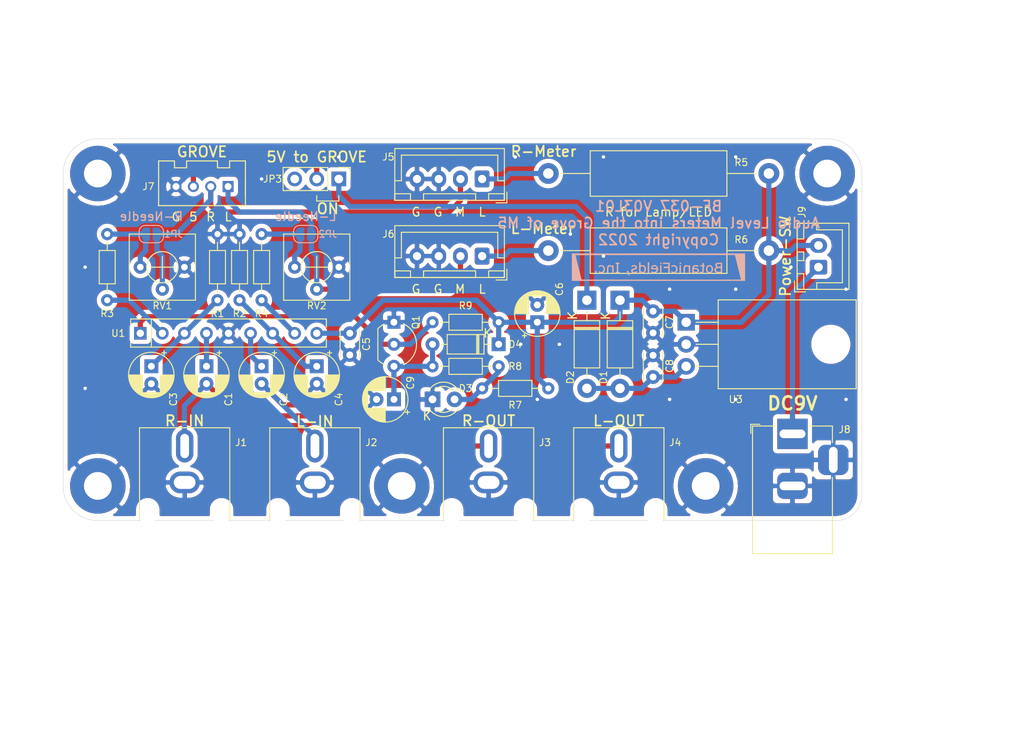
<source format=kicad_pcb>
(kicad_pcb (version 20171130) (host pcbnew "(5.1.12)-1")
  (title_block (title BF-037) (date 2022-01-16) (rev V03L01) (company "Copyright 2022 BotanicFeilds, Inc.") (comment 1 "Audio Level Meters into the Grove of M5"))
  (layers (0 F.Cu signal) (31 B.Cu signal) (34 B.Paste user) (35 F.Paste user) (36 B.SilkS user) (37 F.SilkS user) (38 B.Mask user) (39 F.Mask user) (44 Edge.Cuts user))
  (net 0 "")
  (net 1 "Net-(C1-Pad1)")
  (net 2 "Net-(C1-Pad2)")
  (net 3 "Net-(C2-Pad2)")
  (net 4 "Net-(C2-Pad1)")
  (net 5 "Net-(C3-Pad1)")
  (net 6 GND)
  (net 7 "Net-(C4-Pad1)")
  (net 8 VCC)
  (net 9 +5V)
  (net 10 "Net-(J5-Pad2)")
  (net 11 "Net-(J5-Pad1)")
  (net 12 "Net-(J6-Pad1)")
  (net 13 "Net-(J6-Pad2)")
  (net 14 "Net-(J7-Pad3)")
  (net 15 "Net-(JP1-Pad1)")
  (net 16 "Net-(JP2-Pad1)")
  (net 17 "Net-(R3-Pad2)")
  (net 18 "Net-(R4-Pad2)")
  (net 19 "Net-(D2-Pad1)")
  (net 20 "Net-(Q1-Pad2)")
  (net 21 "Net-(JP3-Pad3)")
  (net 22 "Net-(C9-Pad1)")
  (net 23 "Net-(D3-Pad2)")
  (net 24 "Net-(J8-Pad1)")
  (module bf:BF@logo3 (layer B.Cu) (at 190.58 98.79 180)
    (fp_text reference G*** hide)
    (fp_text value LOGO hide)
  )
  (module Capacitor_THT:CP_Radial_D5.0mm_P2.00mm (layer F.Cu) (at 176.61 105.14 90)
    (fp_text reference C6 (at 3.81 2.54 90) (layer F.SilkS) (effects (font (size 0.8 0.8) (thickness 0.12))))
    (fp_text value 100u)
    (pad 2 thru_hole circle (at 2 0 90) (size 1.6 1.6) (drill 0.8) (layers *.Cu *.Mask) (net 6 GND))
    (pad 1 thru_hole rect (at 0 0 90) (size 1.6 1.6) (drill 0.8) (layers *.Cu *.Mask) (net 8 VCC))
  )
  (module Resistor_THT:R_Axial_DIN0204_L3.6mm_D1.6mm_P7.62mm_Horizontal (layer F.Cu) (at 127.08 94.98 270)
    (fp_text reference R3 (at 9.144 0 180) (layer F.SilkS) (effects (font (size 0.8 0.8) (thickness 0.12))))
    (fp_text value 1k)
    (pad 2 thru_hole oval (at 7.62 0 270) (size 1.4 1.4) (drill 0.7) (layers *.Cu *.Mask) (net 17 "Net-(R3-Pad2)"))
    (pad 1 thru_hole circle (at 0 0 270) (size 1.4 1.4) (drill 0.7) (layers *.Cu *.Mask) (net 15 "Net-(JP1-Pad1)"))
  )
  (module MountingHole:MountingHole_3.2mm_M3_Pad (layer F.Cu) (at 196 124)
    (fp_text reference REF** hide)
    (fp_text value MountingHole_3.2mm_M3_Pad)
    (pad 1 thru_hole circle (at 0 0) (size 6.4 6.4) (drill 3.2) (layers *.Cu *.Mask) (net 6 GND))
  )
  (module MountingHole:MountingHole_3.2mm_M3_Pad (layer F.Cu) (at 161 124)
    (fp_text reference REF** hide)
    (fp_text value MountingHole_3.2mm_M3_Pad)
    (pad 1 thru_hole circle (at 0 0) (size 6.4 6.4) (drill 3.2) (layers *.Cu *.Mask) (net 6 GND))
  )
  (module MountingHole:MountingHole_3.2mm_M3_Pad (layer F.Cu) (at 126 124)
    (fp_text reference REF** hide)
    (fp_text value MountingHole_3.2mm_M3_Pad)
    (pad 1 thru_hole circle (at 0 0) (size 6.4 6.4) (drill 3.2) (layers *.Cu *.Mask) (net 6 GND))
  )
  (module MountingHole:MountingHole_3.2mm_M3_Pad (layer F.Cu) (at 210 88)
    (fp_text reference REF** hide)
    (fp_text value MountingHole_3.2mm_M3_Pad)
    (pad 1 thru_hole circle (at 0 0) (size 6.4 6.4) (drill 3.2) (layers *.Cu *.Mask) (net 6 GND))
  )
  (module MountingHole:MountingHole_3.2mm_M3_Pad (layer F.Cu) (at 126 88)
    (fp_text reference REF** hide)
    (fp_text value MountingHole_3.2mm_M3_Pad)
    (pad 1 thru_hole circle (at 0 0) (size 6.4 6.4) (drill 3.2) (layers *.Cu *.Mask) (net 6 GND))
  )
  (module bf:BF@RCA-2P-XINA (layer F.Cu) (at 151 128 180)
    (fp_text reference J2 (at -6.5 9) (layer F.SilkS) (effects (font (size 0.8 0.8) (thickness 0.12))))
    (fp_text value L-IN)
    (pad "" np_thru_hole oval (at 4.25 0.6 180) (size 1.7 3) (drill oval 1.7 3) (layers *.Cu *.Mask))
    (pad "" np_thru_hole oval (at -4.25 0.6 180) (size 1.7 3) (drill oval 1.7 3) (layers *.Cu *.Mask))
    (pad 1 thru_hole oval (at 0 8.6 180) (size 2 3.8) (drill oval 1 2.8) (layers *.Cu *.Mask) (net 3 "Net-(C2-Pad2)"))
    (pad 2 thru_hole oval (at 0 4.4 180) (size 3.5 2.5) (drill oval 2.5 1.5) (layers *.Cu *.Mask) (net 6 GND))
  )
  (module Jumper:SolderJumper-2_P1.3mm_Open_RoundedPad1.0x1.5mm (layer B.Cu) (at 149.94 94.98)
    (fp_text reference JP2 (at 2.54 0 180) (layer B.SilkS) (effects (font (size 0.8 0.8) (thickness 0.12)) (justify mirror)))
    (fp_text value L-Needle)
    (pad 2 smd custom (at 0.65 0) (size 1 0.5) (layers B.Cu B.Mask) (net 13 "Net-(J6-Pad2)") (options (clearance outline) (anchor rect)) (primitives (gr_circle (center 0 -0.25) (end 0.5 -0.25) (width 0)) (gr_circle (center 0 0.25) (end 0.5 0.25) (width 0)) (gr_poly (pts (xy 0 0.75) (xy -0.5 0.75) (xy -0.5 -0.75) (xy 0 -0.75)) (width 0))))
    (pad 1 smd custom (at -0.65 0) (size 1 0.5) (layers B.Cu B.Mask) (net 16 "Net-(JP2-Pad1)") (options (clearance outline) (anchor rect)) (primitives (gr_circle (center 0 -0.25) (end 0.5 -0.25) (width 0)) (gr_circle (center 0 0.25) (end 0.5 0.25) (width 0)) (gr_poly (pts (xy 0 0.75) (xy 0.5 0.75) (xy 0.5 -0.75) (xy 0 -0.75)) (width 0))))
  )
  (module Resistor_THT:R_Axial_DIN0204_L3.6mm_D1.6mm_P7.62mm_Horizontal (layer F.Cu) (at 139.78 102.6 90)
    (fp_text reference R1 (at -1.524 0) (layer F.SilkS) (effects (font (size 0.8 0.8) (thickness 0.12))))
    (fp_text value 330k)
    (pad 2 thru_hole oval (at 7.62 0 90) (size 1.4 1.4) (drill 0.7) (layers *.Cu *.Mask) (net 6 GND))
    (pad 1 thru_hole circle (at 0 0 90) (size 1.4 1.4) (drill 0.7) (layers *.Cu *.Mask) (net 5 "Net-(C3-Pad1)"))
  )
  (module LED_THT:LED_D3.0mm (layer F.Cu) (at 164.545 114.03)
    (fp_text reference D3 (at 3.81 -1.27) (layer F.SilkS) (effects (font (size 0.8 0.8) (thickness 0.12))))
    (fp_text value LED)
    (pad 2 thru_hole circle (at 2.54 0) (size 1.8 1.8) (drill 0.9) (layers *.Cu *.Mask) (net 23 "Net-(D3-Pad2)"))
    (pad 1 thru_hole rect (at 0 0) (size 1.8 1.8) (drill 0.9) (layers *.Cu *.Mask) (net 6 GND))
  )
  (module Capacitor_THT:C_Disc_D3.0mm_W2.0mm_P2.50mm (layer F.Cu) (at 155.02 106.41 270)
    (fp_text reference C5 (at 1.25 -1.905 90) (layer F.SilkS) (effects (font (size 0.8 0.8) (thickness 0.12))))
    (fp_text value 100n)
    (pad 2 thru_hole circle (at 2.5 0 270) (size 1.6 1.6) (drill 0.8) (layers *.Cu *.Mask) (net 6 GND))
    (pad 1 thru_hole circle (at 0 0 270) (size 1.6 1.6) (drill 0.8) (layers *.Cu *.Mask) (net 8 VCC))
  )
  (module Capacitor_THT:C_Disc_D3.0mm_W2.0mm_P2.50mm (layer F.Cu) (at 189.945 103.87 270)
    (fp_text reference C7 (at 1.27 -1.905 90) (layer F.SilkS) (effects (font (size 0.8 0.8) (thickness 0.12))))
    (fp_text value 330n)
    (pad 2 thru_hole circle (at 2.5 0 270) (size 1.6 1.6) (drill 0.8) (layers *.Cu *.Mask) (net 6 GND))
    (pad 1 thru_hole circle (at 0 0 270) (size 1.6 1.6) (drill 0.8) (layers *.Cu *.Mask) (net 8 VCC))
  )
  (module Capacitor_THT:C_Disc_D3.0mm_W2.0mm_P2.50mm (layer F.Cu) (at 189.945 111.45 90)
    (fp_text reference C8 (at 1.27 1.905 90) (layer F.SilkS) (effects (font (size 0.8 0.8) (thickness 0.12))))
    (fp_text value 100n)
    (pad 2 thru_hole circle (at 2.5 0 90) (size 1.6 1.6) (drill 0.8) (layers *.Cu *.Mask) (net 6 GND))
    (pad 1 thru_hole circle (at 0 0 90) (size 1.6 1.6) (drill 0.8) (layers *.Cu *.Mask) (net 9 +5V))
  )
  (module Diode_THT:D_DO-41_SOD81_P10.16mm_Horizontal (layer F.Cu) (at 186.135 102.6 270)
    (fp_text reference D1 (at 8.89 1.905 90) (layer F.SilkS) (effects (font (size 0.8 0.8) (thickness 0.12))))
    (fp_text value 1N4001)
    (fp_text user K (at 1.778 1.651 90) (layer F.SilkS))
    (pad 2 thru_hole oval (at 10.16 0 270) (size 2.2 2.2) (drill 1.1) (layers *.Cu *.Mask) (net 9 +5V))
    (pad 1 thru_hole rect (at 0 0 270) (size 2.2 2.2) (drill 1.1) (layers *.Cu *.Mask) (net 8 VCC))
  )
  (module Diode_THT:D_DO-41_SOD81_P10.16mm_Horizontal (layer F.Cu) (at 182.325 102.6 270)
    (fp_text reference D2 (at 8.89 1.905 90) (layer F.SilkS) (effects (font (size 0.8 0.8) (thickness 0.12))))
    (fp_text value SB240LES)
    (fp_text user K (at 1.778 1.651 90) (layer F.SilkS))
    (pad 2 thru_hole oval (at 10.16 0 270) (size 2.2 2.2) (drill 1.1) (layers *.Cu *.Mask) (net 9 +5V))
    (pad 1 thru_hole rect (at 0 0 270) (size 2.2 2.2) (drill 1.1) (layers *.Cu *.Mask) (net 19 "Net-(D2-Pad1)"))
  )
  (module bf:BF@RCA-2P-XINA (layer F.Cu) (at 136 128 180)
    (fp_text reference J1 (at -6.5 9) (layer F.SilkS) (effects (font (size 0.8 0.8) (thickness 0.12))))
    (fp_text value R-IN)
    (pad "" np_thru_hole oval (at 4.25 0.6 180) (size 1.7 3) (drill oval 1.7 3) (layers *.Cu *.Mask))
    (pad "" np_thru_hole oval (at -4.25 0.6 180) (size 1.7 3) (drill oval 1.7 3) (layers *.Cu *.Mask))
    (pad 1 thru_hole oval (at 0 8.6 180) (size 2 3.8) (drill oval 1 2.8) (layers *.Cu *.Mask) (net 2 "Net-(C1-Pad2)"))
    (pad 2 thru_hole oval (at 0 4.4 180) (size 3.5 2.5) (drill oval 2.5 1.5) (layers *.Cu *.Mask) (net 6 GND))
  )
  (module bf:BF@RCA-2P-XINA (layer F.Cu) (at 171 128 180)
    (fp_text reference J3 (at -6.5 9) (layer F.SilkS) (effects (font (size 0.8 0.8) (thickness 0.12))))
    (fp_text value R-OUT)
    (pad "" np_thru_hole oval (at 4.25 0.6 180) (size 1.7 3) (drill oval 1.7 3) (layers *.Cu *.Mask))
    (pad "" np_thru_hole oval (at -4.25 0.6 180) (size 1.7 3) (drill oval 1.7 3) (layers *.Cu *.Mask))
    (pad 1 thru_hole oval (at 0 8.6 180) (size 2 3.8) (drill oval 1 2.8) (layers *.Cu *.Mask) (net 2 "Net-(C1-Pad2)"))
    (pad 2 thru_hole oval (at 0 4.4 180) (size 3.5 2.5) (drill oval 2.5 1.5) (layers *.Cu *.Mask) (net 6 GND))
  )
  (module bf:BF@RCA-2P-XINA (layer F.Cu) (at 186 128 180)
    (fp_text reference J4 (at -6.5 9) (layer F.SilkS) (effects (font (size 0.8 0.8) (thickness 0.12))))
    (fp_text value L-OUT)
    (pad "" np_thru_hole oval (at 4.25 0.6 180) (size 1.7 3) (drill oval 1.7 3) (layers *.Cu *.Mask))
    (pad "" np_thru_hole oval (at -4.25 0.6 180) (size 1.7 3) (drill oval 1.7 3) (layers *.Cu *.Mask))
    (pad 1 thru_hole oval (at 0 8.6 180) (size 2 3.8) (drill oval 1 2.8) (layers *.Cu *.Mask) (net 3 "Net-(C2-Pad2)"))
    (pad 2 thru_hole oval (at 0 4.4 180) (size 3.5 2.5) (drill oval 2.5 1.5) (layers *.Cu *.Mask) (net 6 GND))
  )
  (module Connector_JST:JST_XH_B4B-XH-A_1x04_P2.50mm_Vertical (layer F.Cu) (at 170.26 88.63 180)
    (fp_text reference J5 (at 10.795 2.54) (layer F.SilkS) (effects (font (size 0.8 0.8) (thickness 0.12))))
    (fp_text value R-Meter)
    (pad 4 thru_hole oval (at 7.5 0 180) (size 1.7 1.95) (drill 0.95) (layers *.Cu *.Mask) (net 6 GND))
    (pad 3 thru_hole oval (at 5 0 180) (size 1.7 1.95) (drill 0.95) (layers *.Cu *.Mask) (net 6 GND))
    (pad 2 thru_hole oval (at 2.5 0 180) (size 1.7 1.95) (drill 0.95) (layers *.Cu *.Mask) (net 10 "Net-(J5-Pad2)"))
    (pad 1 thru_hole roundrect (at 0 0 180) (size 1.7 1.95) (drill 0.95) (layers *.Cu *.Mask) (roundrect_rratio 0.147059) (net 11 "Net-(J5-Pad1)"))
  )
  (module Connector_JST:JST_XH_B4B-XH-A_1x04_P2.50mm_Vertical (layer F.Cu) (at 170.26 97.52 180)
    (fp_text reference J6 (at 10.795 2.54) (layer F.SilkS) (effects (font (size 0.8 0.8) (thickness 0.12))))
    (fp_text value L-Meter)
    (pad 4 thru_hole oval (at 7.5 0 180) (size 1.7 1.95) (drill 0.95) (layers *.Cu *.Mask) (net 6 GND))
    (pad 3 thru_hole oval (at 5 0 180) (size 1.7 1.95) (drill 0.95) (layers *.Cu *.Mask) (net 6 GND))
    (pad 2 thru_hole oval (at 2.5 0 180) (size 1.7 1.95) (drill 0.95) (layers *.Cu *.Mask) (net 13 "Net-(J6-Pad2)"))
    (pad 1 thru_hole roundrect (at 0 0 180) (size 1.7 1.95) (drill 0.95) (layers *.Cu *.Mask) (roundrect_rratio 0.147059) (net 12 "Net-(J6-Pad1)"))
  )
  (module OPL_Connector:HW4-2.0 (layer F.Cu) (at 138.00026 89.5 180)
    (fp_text reference J7 (at 6.17474 0) (layer F.SilkS) (effects (font (size 0.8 0.8) (thickness 0.12))))
    (fp_text value Grove-Analog)
    (pad 4 thru_hole circle (at 2.99974 0 180) (size 1.27 1.27) (drill 0.79756) (layers *.Cu *.Mask) (net 6 GND))
    (pad 3 thru_hole circle (at 0.99822 0 180) (size 1.27 1.27) (drill 0.79756) (layers *.Cu *.Mask) (net 14 "Net-(J7-Pad3)"))
    (pad 2 thru_hole circle (at -0.99822 0 180) (size 1.27 1.27) (drill 0.79756) (layers *.Cu *.Mask) (net 10 "Net-(J5-Pad2)"))
    (pad 1 thru_hole rect (at -2.99974 0 180) (size 1.27 1.27) (drill 0.79756) (layers *.Cu *.Mask) (net 13 "Net-(J6-Pad2)"))
  )
  (module Jumper:SolderJumper-2_P1.3mm_Open_RoundedPad1.0x1.5mm (layer B.Cu) (at 132.16 94.98)
    (fp_text reference JP1 (at 2.54 0 180) (layer B.SilkS) (effects (font (size 0.8 0.8) (thickness 0.12)) (justify mirror)))
    (fp_text value R-Needle)
    (pad 2 smd custom (at 0.65 0) (size 1 0.5) (layers B.Cu B.Mask) (net 10 "Net-(J5-Pad2)") (options (clearance outline) (anchor rect)) (primitives (gr_circle (center 0 -0.25) (end 0.5 -0.25) (width 0)) (gr_circle (center 0 0.25) (end 0.5 0.25) (width 0)) (gr_poly (pts (xy 0 0.75) (xy -0.5 0.75) (xy -0.5 -0.75) (xy 0 -0.75)) (width 0))))
    (pad 1 smd custom (at -0.65 0) (size 1 0.5) (layers B.Cu B.Mask) (net 15 "Net-(JP1-Pad1)") (options (clearance outline) (anchor rect)) (primitives (gr_circle (center 0 -0.25) (end 0.5 -0.25) (width 0)) (gr_circle (center 0 0.25) (end 0.5 0.25) (width 0)) (gr_poly (pts (xy 0 0.75) (xy 0.5 0.75) (xy 0.5 -0.75) (xy 0 -0.75)) (width 0))))
  )
  (module Resistor_THT:R_Axial_DIN0204_L3.6mm_D1.6mm_P7.62mm_Horizontal (layer F.Cu) (at 142.32 102.6 90)
    (fp_text reference R2 (at -1.524 0 180) (layer F.SilkS) (effects (font (size 0.8 0.8) (thickness 0.12))))
    (fp_text value 330k)
    (pad 2 thru_hole oval (at 7.62 0 90) (size 1.4 1.4) (drill 0.7) (layers *.Cu *.Mask) (net 6 GND))
    (pad 1 thru_hole circle (at 0 0 90) (size 1.4 1.4) (drill 0.7) (layers *.Cu *.Mask) (net 7 "Net-(C4-Pad1)"))
  )
  (module Resistor_THT:R_Axial_DIN0204_L3.6mm_D1.6mm_P7.62mm_Horizontal (layer F.Cu) (at 144.86 94.98 270)
    (fp_text reference R4 (at 9.144 0 180) (layer F.SilkS) (effects (font (size 0.8 0.8) (thickness 0.12))))
    (fp_text value 1k)
    (pad 2 thru_hole oval (at 7.62 0 270) (size 1.4 1.4) (drill 0.7) (layers *.Cu *.Mask) (net 18 "Net-(R4-Pad2)"))
    (pad 1 thru_hole circle (at 0 0 270) (size 1.4 1.4) (drill 0.7) (layers *.Cu *.Mask) (net 16 "Net-(JP2-Pad1)"))
  )
  (module Resistor_THT:R_Axial_DIN0516_L15.5mm_D5.0mm_P25.40mm_Horizontal (layer F.Cu) (at 177.88 87.995)
    (fp_text reference R5 (at 22.225 -1.27) (layer F.SilkS) (effects (font (size 0.8 0.8) (thickness 0.12))))
    (fp_text value 1.5k)
    (pad 2 thru_hole oval (at 25.4 0) (size 2.4 2.4) (drill 1.2) (layers *.Cu *.Mask) (net 8 VCC))
    (pad 1 thru_hole circle (at 0 0) (size 2.4 2.4) (drill 1.2) (layers *.Cu *.Mask) (net 11 "Net-(J5-Pad1)"))
  )
  (module Resistor_THT:R_Axial_DIN0516_L15.5mm_D5.0mm_P25.40mm_Horizontal (layer F.Cu) (at 177.88 96.885)
    (fp_text reference R6 (at 22.225 -1.27) (layer F.SilkS) (effects (font (size 0.8 0.8) (thickness 0.12))))
    (fp_text value 1.5k)
    (pad 2 thru_hole oval (at 25.4 0) (size 2.4 2.4) (drill 1.2) (layers *.Cu *.Mask) (net 8 VCC))
    (pad 1 thru_hole circle (at 0 0) (size 2.4 2.4) (drill 1.2) (layers *.Cu *.Mask) (net 12 "Net-(J6-Pad1)"))
  )
  (module Resistor_THT:R_Axial_DIN0204_L3.6mm_D1.6mm_P7.62mm_Horizontal (layer F.Cu) (at 172.165 110.22 180)
    (fp_text reference R8 (at -1.905 0) (layer F.SilkS) (effects (font (size 0.8 0.8) (thickness 0.12))))
    (fp_text value 47k)
    (pad 2 thru_hole oval (at 7.62 0 180) (size 1.4 1.4) (drill 0.7) (layers *.Cu *.Mask) (net 22 "Net-(C9-Pad1)"))
    (pad 1 thru_hole circle (at 0 0 180) (size 1.4 1.4) (drill 0.7) (layers *.Cu *.Mask) (net 23 "Net-(D3-Pad2)"))
  )
  (module Resistor_THT:R_Axial_DIN0204_L3.6mm_D1.6mm_P7.62mm_Horizontal (layer F.Cu) (at 177.88 112.76 180)
    (fp_text reference R7 (at 3.81 -1.92) (layer F.SilkS) (effects (font (size 0.8 0.8) (thickness 0.12))))
    (fp_text value 6.8k)
    (pad 2 thru_hole oval (at 7.62 0 180) (size 1.4 1.4) (drill 0.7) (layers *.Cu *.Mask) (net 23 "Net-(D3-Pad2)"))
    (pad 1 thru_hole circle (at 0 0 180) (size 1.4 1.4) (drill 0.7) (layers *.Cu *.Mask) (net 8 VCC))
  )
  (module Package_SIP:SIP-9_22.3x3mm_P2.54mm (layer F.Cu) (at 130.89 106.41)
    (fp_text reference U1 (at -2.54 0) (layer F.SilkS) (effects (font (size 0.8 0.8) (thickness 0.12))))
    (fp_text value BA6138)
    (pad 9 thru_hole circle (at 20.32 0 90) (size 1.45 1.45) (drill 0.85) (layers *.Cu *.Mask) (net 8 VCC))
    (pad 8 thru_hole circle (at 17.78 0 90) (size 1.45 1.45) (drill 0.85) (layers *.Cu *.Mask) (net 18 "Net-(R4-Pad2)"))
    (pad 7 thru_hole circle (at 15.24 0 90) (size 1.45 1.45) (drill 0.85) (layers *.Cu *.Mask) (net 7 "Net-(C4-Pad1)"))
    (pad 6 thru_hole circle (at 12.7 0 90) (size 1.45 1.45) (drill 0.85) (layers *.Cu *.Mask) (net 4 "Net-(C2-Pad1)"))
    (pad 5 thru_hole circle (at 10.16 0 90) (size 1.45 1.45) (drill 0.85) (layers *.Cu *.Mask) (net 6 GND))
    (pad 4 thru_hole circle (at 7.62 0 90) (size 1.45 1.45) (drill 0.85) (layers *.Cu *.Mask) (net 1 "Net-(C1-Pad1)"))
    (pad 3 thru_hole circle (at 5.08 0 90) (size 1.45 1.45) (drill 0.85) (layers *.Cu *.Mask) (net 5 "Net-(C3-Pad1)"))
    (pad 2 thru_hole circle (at 2.54 0 90) (size 1.45 1.45) (drill 0.85) (layers *.Cu *.Mask) (net 17 "Net-(R3-Pad2)"))
    (pad 1 thru_hole rect (at 0 0 90) (size 1.45 1.45) (drill 0.85) (layers *.Cu *.Mask) (net 20 "Net-(Q1-Pad2)"))
  )
  (module bf:BF@BOURNS3362P (layer F.Cu) (at 133.43 98.79 180)
    (fp_text reference RV1 (at 0 -4.445) (layer F.SilkS) (effects (font (size 0.8 0.8) (thickness 0.12))))
    (fp_text value 10kB)
    (pad 1 thru_hole circle (at -2.54 0 180) (size 1.524 1.524) (drill 0.762) (layers *.Cu *.Mask) (net 6 GND))
    (pad 2 thru_hole circle (at 0 -2.54 180) (size 1.524 1.524) (drill 0.762) (layers *.Cu *.Mask) (net 10 "Net-(J5-Pad2)"))
    (pad 3 thru_hole circle (at 2.54 0 180) (size 1.524 1.524) (drill 0.762) (layers *.Cu *.Mask) (net 15 "Net-(JP1-Pad1)"))
  )
  (module bf:BF@BOURNS3362P (layer F.Cu) (at 151.21 98.79 180)
    (fp_text reference RV2 (at 0 -4.445) (layer F.SilkS) (effects (font (size 0.8 0.8) (thickness 0.12))))
    (fp_text value 10kB)
    (pad 1 thru_hole circle (at -2.54 0 180) (size 1.524 1.524) (drill 0.762) (layers *.Cu *.Mask) (net 6 GND))
    (pad 2 thru_hole circle (at 0 -2.54 180) (size 1.524 1.524) (drill 0.762) (layers *.Cu *.Mask) (net 13 "Net-(J6-Pad2)"))
    (pad 3 thru_hole circle (at 2.54 0 180) (size 1.524 1.524) (drill 0.762) (layers *.Cu *.Mask) (net 16 "Net-(JP2-Pad1)"))
  )
  (module Package_TO_SOT_THT:TO-220-3_Horizontal_TabDown (layer F.Cu) (at 193.755 105.14 270)
    (fp_text reference U3 (at 8.89 -5.715 180) (layer F.SilkS) (effects (font (size 0.8 0.8) (thickness 0.12))))
    (fp_text value LM7805_TO220)
    (pad 3 thru_hole oval (at 5.08 0 270) (size 1.905 2) (drill 1.1) (layers *.Cu *.Mask) (net 9 +5V))
    (pad 2 thru_hole oval (at 2.54 0 270) (size 1.905 2) (drill 1.1) (layers *.Cu *.Mask) (net 6 GND))
    (pad 1 thru_hole rect (at 0 0 270) (size 1.905 2) (drill 1.1) (layers *.Cu *.Mask) (net 8 VCC))
    (pad "" np_thru_hole oval (at 2.54 -16.66 270) (size 3.5 3.5) (drill 3.5) (layers *.Cu *.Mask))
  )
  (module Capacitor_THT:CP_Radial_D5.0mm_P2.00mm (layer F.Cu) (at 138.51 110.22 270)
    (fp_text reference C1 (at 3.81 -2.54 90) (layer F.SilkS) (effects (font (size 0.8 0.8) (thickness 0.12))))
    (fp_text value 4.7u)
    (pad 2 thru_hole circle (at 2 0 270) (size 1.6 1.6) (drill 0.8) (layers *.Cu *.Mask) (net 2 "Net-(C1-Pad2)"))
    (pad 1 thru_hole rect (at 0 0 270) (size 1.6 1.6) (drill 0.8) (layers *.Cu *.Mask) (net 1 "Net-(C1-Pad1)"))
  )
  (module Capacitor_THT:CP_Radial_D5.0mm_P2.00mm (layer F.Cu) (at 144.86 110.22 270)
    (fp_text reference C2 (at 3.81 -2.54 90) (layer F.SilkS) (effects (font (size 0.8 0.8) (thickness 0.12))))
    (fp_text value 4.7u)
    (pad 2 thru_hole circle (at 2 0 270) (size 1.6 1.6) (drill 0.8) (layers *.Cu *.Mask) (net 3 "Net-(C2-Pad2)"))
    (pad 1 thru_hole rect (at 0 0 270) (size 1.6 1.6) (drill 0.8) (layers *.Cu *.Mask) (net 4 "Net-(C2-Pad1)"))
  )
  (module Capacitor_THT:CP_Radial_D5.0mm_P2.00mm (layer F.Cu) (at 132.16 110.22 270)
    (fp_text reference C3 (at 3.81 -2.54 90) (layer F.SilkS) (effects (font (size 0.8 0.8) (thickness 0.12))))
    (fp_text value 4.7u)
    (pad 2 thru_hole circle (at 2 0 270) (size 1.6 1.6) (drill 0.8) (layers *.Cu *.Mask) (net 6 GND))
    (pad 1 thru_hole rect (at 0 0 270) (size 1.6 1.6) (drill 0.8) (layers *.Cu *.Mask) (net 5 "Net-(C3-Pad1)"))
  )
  (module Capacitor_THT:CP_Radial_D5.0mm_P2.00mm (layer F.Cu) (at 151.21 110.22 270)
    (fp_text reference C4 (at 3.81 -2.54 90) (layer F.SilkS) (effects (font (size 0.8 0.8) (thickness 0.12))))
    (fp_text value 4.7u)
    (pad 2 thru_hole circle (at 2 0 270) (size 1.6 1.6) (drill 0.8) (layers *.Cu *.Mask) (net 6 GND))
    (pad 1 thru_hole rect (at 0 0 270) (size 1.6 1.6) (drill 0.8) (layers *.Cu *.Mask) (net 7 "Net-(C4-Pad1)"))
  )
  (module Resistor_THT:R_Axial_DIN0204_L3.6mm_D1.6mm_P7.62mm_Horizontal (layer F.Cu) (at 172.165 105.14 180)
    (fp_text reference R9 (at 3.81 1.905) (layer F.SilkS) (effects (font (size 0.8 0.8) (thickness 0.12))))
    (fp_text value 10k)
    (pad 2 thru_hole oval (at 7.62 0 180) (size 1.4 1.4) (drill 0.7) (layers *.Cu *.Mask) (net 20 "Net-(Q1-Pad2)"))
    (pad 1 thru_hole circle (at 0 0 180) (size 1.4 1.4) (drill 0.7) (layers *.Cu *.Mask) (net 8 VCC))
  )
  (module Connector_PinHeader_2.54mm:PinHeader_1x03_P2.54mm_Vertical (layer F.Cu) (at 153.75 88.63 270)
    (fp_text reference JP3 (at 0 7.62) (layer F.SilkS) (effects (font (size 0.8 0.8) (thickness 0.12))))
    (fp_text value "5V to GROVE")
    (pad 3 thru_hole oval (at 0 5.08 270) (size 1.7 1.7) (drill 1) (layers *.Cu *.Mask) (net 21 "Net-(JP3-Pad3)"))
    (pad 2 thru_hole oval (at 0 2.54 270) (size 1.7 1.7) (drill 1) (layers *.Cu *.Mask) (net 14 "Net-(J7-Pad3)"))
    (pad 1 thru_hole rect (at 0 0 270) (size 1.7 1.7) (drill 1) (layers *.Cu *.Mask) (net 19 "Net-(D2-Pad1)"))
  )
  (module Package_TO_SOT_THT:TO-92_Inline_Wide (layer F.Cu) (at 160.1 105.14 270)
    (fp_text reference Q1 (at 0 -2.54 90) (layer F.SilkS) (effects (font (size 0.8 0.8) (thickness 0.12))))
    (fp_text value 2SC1815)
    (pad 1 thru_hole rect (at 0 0 270) (size 1.5 1.5) (drill 0.8) (layers *.Cu *.Mask) (net 6 GND))
    (pad 3 thru_hole circle (at 5.08 0 270) (size 1.5 1.5) (drill 0.8) (layers *.Cu *.Mask) (net 22 "Net-(C9-Pad1)"))
    (pad 2 thru_hole circle (at 2.54 0 270) (size 1.5 1.5) (drill 0.8) (layers *.Cu *.Mask) (net 20 "Net-(Q1-Pad2)"))
  )
  (module Diode_THT:D_DO-35_SOD27_P7.62mm_Horizontal (layer F.Cu) (at 172.165 107.68 180)
    (fp_text reference D4 (at -1.905 0) (layer F.SilkS) (effects (font (size 0.8 0.8) (thickness 0.12))))
    (fp_text value IN4148)
    (fp_text user K (at 1.27 1.27) (layer F.SilkS))
    (pad 2 thru_hole oval (at 7.62 0 180) (size 1.6 1.6) (drill 0.8) (layers *.Cu *.Mask) (net 22 "Net-(C9-Pad1)"))
    (pad 1 thru_hole rect (at 0 0 180) (size 1.6 1.6) (drill 0.8) (layers *.Cu *.Mask) (net 8 VCC))
  )
  (module Capacitor_THT:CP_Radial_D5.0mm_P2.00mm (layer F.Cu) (at 160.1 114.03 180)
    (fp_text reference C9 (at -1.905 1.905 90) (layer F.SilkS) (effects (font (size 0.8 0.8) (thickness 0.12))))
    (fp_text value 100u)
    (pad 2 thru_hole circle (at 2 0 180) (size 1.6 1.6) (drill 0.8) (layers *.Cu *.Mask) (net 6 GND))
    (pad 1 thru_hole rect (at 0 0 180) (size 1.6 1.6) (drill 0.8) (layers *.Cu *.Mask) (net 22 "Net-(C9-Pad1)"))
  )
  (module bf:BF@BarrelJack_Horizontal (layer F.Cu) (at 206 118 90)
    (fp_text reference J8 (at 0.5 6 180) (layer F.SilkS) (effects (font (size 0.8 0.8) (thickness 0.12))))
    (fp_text value 9V)
    (pad 1 thru_hole rect (at 0 0 90) (size 3.5 3.5) (drill oval 1 3) (layers *.Cu *.Mask) (net 24 "Net-(J8-Pad1)"))
    (pad 2 thru_hole roundrect (at -6 0 90) (size 3 3.5) (drill oval 1 3) (layers *.Cu *.Mask) (net 6 GND))
    (pad 3 thru_hole roundrect (at -3 4.7 90) (size 3.5 3.5) (drill oval 3 1) (layers *.Cu *.Mask) (net 6 GND))
  )
  (module Connector_JST:JST_XH_B2B-XH-A_1x02_P2.50mm_Vertical (layer F.Cu) (at 208.995 98.79 90)
    (fp_text reference J9 (at 6.35 -1.905 90) (layer F.SilkS) (effects (font (size 0.8 0.8) (thickness 0.12))))
    (fp_text value PowerSW)
    (pad 1 thru_hole roundrect (at 0 0 90) (size 1.7 2) (drill 1) (layers *.Cu *.Mask) (roundrect_rratio 0.147059) (net 24 "Net-(J8-Pad1)"))
    (pad 2 thru_hole oval (at 2.5 0 90) (size 1.7 2) (drill 1) (layers *.Cu *.Mask) (net 8 VCC))
  )
  (gr_text "BF-037 V03L01\nAudio Level Meters into the Grove of M5\nCopyright 2022" (at 190.58 93.71) (layer B.SilkS) (effects (font (size 1.2 1.2) (thickness 0.2)) (justify mirror)))
  (gr_text "R for Lamp/LED" (at 190.58 92.44) (layer F.SilkS) (effects (font (size 1 1))))
  (gr_text Power-SW (at 205.185 97.52 90) (layer F.SilkS) (effects (font (size 1.2 1.2) (thickness 0.2))))
  (gr_arc (start 211 125) (end 211 128) (angle -90) (layer Edge.Cuts) (width 0.05))
  (gr_arc (start 126 124) (end 122 124) (angle -90) (layer Edge.Cuts) (width 0.05))
  (gr_text ON (at 152.48 92.059) (layer F.SilkS) (effects (font (size 1.2 1.2) (thickness 0.2))))
  (gr_text "5V to GROVE" (at 151.21 86.09) (layer F.SilkS) (effects (font (size 1.2 1.2) (thickness 0.2))))
  (gr_line (start 153.75 91.17) (end 151.21 91.17) (layer F.SilkS) (width 0.12))
  (gr_line (start 153.75 91.17) (end 153.75 90.535) (layer F.SilkS) (width 0.12))
  (gr_line (start 151.21 90.535) (end 151.21 91.17) (layer F.SilkS) (width 0.12))
  (gr_text K (at 163.91 115.935) (layer F.SilkS) (effects (font (size 1 1))))
  (gr_text L (at 141 93) (layer F.SilkS) (effects (font (size 1 1))))
  (gr_text R (at 139 93) (layer F.SilkS) (effects (font (size 1 1))))
  (gr_text 5 (at 137 93) (layer F.SilkS) (effects (font (size 1 1))))
  (gr_text G (at 135 93) (layer F.SilkS) (effects (font (size 1 1))))
  (gr_text M (at 167.72 101.33) (layer F.SilkS) (effects (font (size 1 1))))
  (gr_text L (at 170.26 101.33) (layer F.SilkS) (effects (font (size 1 1))))
  (gr_text G (at 165.18 101.33) (layer F.SilkS) (effects (font (size 1 1))))
  (gr_text G (at 162.64 101.33) (layer F.SilkS) (effects (font (size 1 1))))
  (gr_text L (at 170.26 92.44) (layer F.SilkS) (effects (font (size 1 1))))
  (gr_text M (at 167.72 92.44) (layer F.SilkS) (effects (font (size 1 1))))
  (gr_text G (at 165.18 92.44) (layer F.SilkS) (effects (font (size 1 1))))
  (gr_text G (at 162.64 92.44) (layer F.SilkS) (effects (font (size 1 1))))
  (gr_text "L-Needle\n" (at 149.94 92.948) (layer B.SilkS) (effects (font (size 1 1)) (justify mirror)))
  (gr_text R-Needle (at 132.16 92.948) (layer B.SilkS) (effects (font (size 1 1)) (justify mirror)))
  (gr_text R-OUT (at 171 116.5) (layer F.SilkS) (effects (font (size 1.2 1.2) (thickness 0.2))))
  (gr_text L-OUT (at 186 116.5) (layer F.SilkS) (effects (font (size 1.2 1.2) (thickness 0.2))))
  (gr_text R-IN (at 136 116.5) (layer F.SilkS) (effects (font (size 1.2 1.2) (thickness 0.2))))
  (gr_text L-IN (at 151 116.57) (layer F.SilkS) (effects (font (size 1.2 1.2) (thickness 0.2))))
  (gr_text DC9V (at 206 114.5) (layer F.SilkS) (effects (font (size 1.5 1.5) (thickness 0.3))))
  (gr_text R-Meter (at 173.435 85.455) (layer F.SilkS) (effects (font (size 1.2 1.2) (thickness 0.2)) (justify left)))
  (gr_text L-Meter (at 173.435 94.345) (layer F.SilkS) (effects (font (size 1.2 1.2) (thickness 0.2)) (justify left)))
  (gr_text GROVE (at 138 85.5) (layer F.SilkS) (effects (font (size 1.2 1.2) (thickness 0.2))))
  (gr_arc (start 210 88) (end 214 88) (angle -90) (layer Edge.Cuts) (width 0.05))
  (gr_arc (start 126 88) (end 126 84) (angle -90) (layer Edge.Cuts) (width 0.05))
  (gr_line (start 122 88) (end 122 124) (layer Edge.Cuts) (width 0.05))
  (gr_line (start 210 84) (end 126 84) (layer Edge.Cuts) (width 0.05))
  (gr_line (start 214 125) (end 214 88) (layer Edge.Cuts) (width 0.05))
  (gr_line (start 126 128) (end 211 128) (layer Edge.Cuts) (width 0.05))
  (segment (start 138.51 106.41) (end 138.51 110.22) (width 0.6) (layer B.Cu) (net 1))
  (segment (start 138.51 112.22) (end 135.97 114.76) (width 0.6) (layer B.Cu) (net 2))
  (segment (start 135.97 119.37) (end 136 119.4) (width 0.6) (layer B.Cu) (net 2))
  (segment (start 135.97 114.76) (end 135.97 119.37) (width 0.6) (layer B.Cu) (net 2))
  (segment (start 151.845 115.935) (end 142.225 115.935) (width 0.6) (layer F.Cu) (net 2))
  (segment (start 153.75 117.84) (end 151.845 115.935) (width 0.6) (layer F.Cu) (net 2))
  (segment (start 142.225 115.935) (end 138.51 112.22) (width 0.6) (layer F.Cu) (net 2))
  (segment (start 169.28 119.4) (end 167.72 117.84) (width 0.6) (layer F.Cu) (net 2))
  (segment (start 171 119.4) (end 169.28 119.4) (width 0.6) (layer F.Cu) (net 2))
  (segment (start 153.75 117.84) (end 167.72 117.84) (width 0.6) (layer F.Cu) (net 2))
  (segment (start 151 118.36) (end 151 119.4) (width 0.6) (layer B.Cu) (net 3))
  (segment (start 144.86 112.22) (end 151 118.36) (width 0.6) (layer B.Cu) (net 3))
  (segment (start 147.305 114.665) (end 144.86 112.22) (width 0.6) (layer F.Cu) (net 3))
  (segment (start 154.385 116.57) (end 152.48 114.665) (width 0.6) (layer F.Cu) (net 3))
  (segment (start 152.48 114.665) (end 147.305 114.665) (width 0.6) (layer F.Cu) (net 3))
  (segment (start 183.885 119.4) (end 181.055 116.57) (width 0.6) (layer F.Cu) (net 3))
  (segment (start 186 119.4) (end 183.885 119.4) (width 0.6) (layer F.Cu) (net 3))
  (segment (start 154.385 116.57) (end 181.055 116.57) (width 0.6) (layer F.Cu) (net 3))
  (segment (start 143.59 108.95) (end 144.86 110.22) (width 0.6) (layer B.Cu) (net 4))
  (segment (start 143.59 106.41) (end 143.59 108.95) (width 0.6) (layer B.Cu) (net 4))
  (segment (start 132.16 110.22) (end 135.97 106.41) (width 0.6) (layer B.Cu) (net 5))
  (segment (start 135.97 106.41) (end 139.78 102.6) (width 0.6) (layer B.Cu) (net 5))
  (via (at 212.17 101.33) (size 0.8) (drill 0.4) (layers F.Cu B.Cu) (net 6))
  (via (at 212.17 114.03) (size 0.8) (drill 0.4) (layers F.Cu B.Cu) (net 6))
  (via (at 124.54 112.76) (size 0.8) (drill 0.4) (layers F.Cu B.Cu) (net 6))
  (via (at 199.47 86.09) (size 0.8) (drill 0.4) (layers F.Cu B.Cu) (net 6))
  (via (at 144.86 88.63) (size 0.8) (drill 0.4) (layers F.Cu B.Cu) (net 6))
  (via (at 124.54 98.79) (size 0.8) (drill 0.4) (layers F.Cu B.Cu) (net 6))
  (via (at 184.23 86.09) (size 0.8) (drill 0.4) (layers F.Cu B.Cu) (net 6))
  (via (at 184.23 97.52) (size 0.8) (drill 0.4) (layers F.Cu B.Cu) (net 6))
  (via (at 153.75 86.09) (size 0.8) (drill 0.4) (layers F.Cu B.Cu) (net 6))
  (via (at 180.42 94.98) (size 0.8) (drill 0.4) (layers F.Cu B.Cu) (net 6))
  (via (at 205.82 98.79) (size 0.8) (drill 0.4) (layers F.Cu B.Cu) (net 6))
  (via (at 191.85 101.33) (size 0.8) (drill 0.4) (layers F.Cu B.Cu) (net 6))
  (via (at 191.85 114.03) (size 0.8) (drill 0.4) (layers F.Cu B.Cu) (net 6))
  (via (at 174.07 86.09) (size 0.8) (drill 0.4) (layers F.Cu B.Cu) (net 6))
  (via (at 176.61 114.03) (size 0.8) (drill 0.4) (layers F.Cu B.Cu) (net 6))
  (via (at 179.15 107.68) (size 0.8) (drill 0.4) (layers F.Cu B.Cu) (net 6))
  (via (at 174.705 107.68) (size 0.8) (drill 0.4) (layers F.Cu B.Cu) (net 6))
  (via (at 199.47 101.33) (size 0.8) (drill 0.4) (layers F.Cu B.Cu) (net 6))
  (via (at 199.47 114.03) (size 0.8) (drill 0.4) (layers F.Cu B.Cu) (net 6))
  (segment (start 149.94 110.22) (end 151.21 110.22) (width 0.6) (layer B.Cu) (net 7))
  (segment (start 146.13 106.41) (end 149.94 110.22) (width 0.6) (layer B.Cu) (net 7))
  (segment (start 142.32 102.6) (end 146.13 106.41) (width 0.6) (layer B.Cu) (net 7))
  (segment (start 151.21 106.41) (end 155.02 106.41) (width 0.6) (layer B.Cu) (net 8))
  (segment (start 172.165 105.14) (end 172.165 107.68) (width 0.6) (layer B.Cu) (net 8))
  (segment (start 192.485 103.87) (end 193.755 105.14) (width 0.6) (layer B.Cu) (net 8))
  (segment (start 189.945 103.87) (end 192.485 103.87) (width 0.6) (layer B.Cu) (net 8))
  (segment (start 188.675 102.6) (end 189.945 103.87) (width 0.6) (layer B.Cu) (net 8))
  (segment (start 186.135 102.6) (end 188.675 102.6) (width 0.6) (layer B.Cu) (net 8))
  (segment (start 172.165 105.14) (end 169.625 102.6) (width 0.6) (layer B.Cu) (net 8))
  (segment (start 158.83 102.6) (end 155.02 106.41) (width 0.6) (layer B.Cu) (net 8))
  (segment (start 169.625 102.6) (end 158.83 102.6) (width 0.6) (layer B.Cu) (net 8))
  (segment (start 172.165 105.14) (end 176.61 105.14) (width 0.6) (layer B.Cu) (net 8))
  (segment (start 185.5 105.14) (end 186.135 104.505) (width 0.6) (layer B.Cu) (net 8))
  (segment (start 186.135 104.505) (end 186.135 102.6) (width 0.6) (layer B.Cu) (net 8))
  (segment (start 176.61 105.14) (end 185.5 105.14) (width 0.6) (layer B.Cu) (net 8))
  (segment (start 176.61 111.49) (end 177.88 112.76) (width 0.6) (layer B.Cu) (net 8))
  (segment (start 176.61 105.14) (end 176.61 111.49) (width 0.6) (layer B.Cu) (net 8))
  (segment (start 203.28 87.995) (end 203.28 96.885) (width 0.6) (layer B.Cu) (net 8))
  (segment (start 203.28 96.885) (end 205.82 96.885) (width 0.6) (layer B.Cu) (net 8))
  (segment (start 206.415 96.29) (end 208.995 96.29) (width 0.6) (layer B.Cu) (net 8))
  (segment (start 205.82 96.885) (end 206.415 96.29) (width 0.6) (layer B.Cu) (net 8))
  (segment (start 193.755 105.14) (end 200.105 105.14) (width 0.6) (layer B.Cu) (net 8))
  (segment (start 203.28 101.965) (end 203.28 96.885) (width 0.6) (layer B.Cu) (net 8))
  (segment (start 200.105 105.14) (end 203.28 101.965) (width 0.6) (layer B.Cu) (net 8))
  (segment (start 188.635 112.76) (end 189.945 111.45) (width 0.6) (layer B.Cu) (net 9))
  (segment (start 186.135 112.76) (end 188.635 112.76) (width 0.6) (layer B.Cu) (net 9))
  (segment (start 192.525 111.45) (end 193.755 110.22) (width 0.6) (layer B.Cu) (net 9))
  (segment (start 189.945 111.45) (end 192.525 111.45) (width 0.6) (layer B.Cu) (net 9))
  (segment (start 182.325 112.76) (end 186.135 112.76) (width 0.6) (layer B.Cu) (net 9))
  (segment (start 132.81 94.98) (end 132.81 96.9) (width 0.6) (layer B.Cu) (net 10))
  (segment (start 133.43 97.52) (end 133.43 101.33) (width 0.6) (layer B.Cu) (net 10))
  (segment (start 132.81 96.9) (end 133.43 97.52) (width 0.6) (layer B.Cu) (net 10))
  (segment (start 138.99848 91.65848) (end 138.99848 89.5) (width 0.6) (layer F.Cu) (net 10))
  (segment (start 139.78 92.44) (end 138.99848 91.65848) (width 0.6) (layer F.Cu) (net 10))
  (segment (start 166.45 92.44) (end 139.78 92.44) (width 0.6) (layer F.Cu) (net 10))
  (segment (start 167.76 91.13) (end 166.45 92.44) (width 0.6) (layer F.Cu) (net 10))
  (segment (start 167.76 88.63) (end 167.76 91.13) (width 0.6) (layer F.Cu) (net 10))
  (segment (start 135.04196 94.98) (end 138.99848 91.02348) (width 0.6) (layer B.Cu) (net 10))
  (segment (start 132.81 94.98) (end 135.04196 94.98) (width 0.6) (layer B.Cu) (net 10))
  (segment (start 138.99848 89.5) (end 138.99848 91.02348) (width 0.6) (layer B.Cu) (net 10))
  (segment (start 170.26 88.63) (end 172.8 88.63) (width 0.6) (layer B.Cu) (net 11))
  (segment (start 173.435 87.995) (end 177.88 87.995) (width 0.6) (layer B.Cu) (net 11))
  (segment (start 172.8 88.63) (end 173.435 87.995) (width 0.6) (layer B.Cu) (net 11))
  (segment (start 170.26 97.52) (end 172.8 97.52) (width 0.6) (layer B.Cu) (net 12))
  (segment (start 173.435 96.885) (end 177.88 96.885) (width 0.6) (layer B.Cu) (net 12))
  (segment (start 172.8 97.52) (end 173.435 96.885) (width 0.6) (layer B.Cu) (net 12))
  (segment (start 141 89.5) (end 141 89.85) (width 0.6) (layer B.Cu) (net 13))
  (segment (start 141 91.12) (end 142.32 92.44) (width 0.6) (layer B.Cu) (net 13))
  (segment (start 141 89.5) (end 141 91.12) (width 0.6) (layer B.Cu) (net 13))
  (segment (start 151.21 101.33) (end 166.45 101.33) (width 0.6) (layer F.Cu) (net 13))
  (segment (start 167.76 100.02) (end 167.76 97.52) (width 0.6) (layer F.Cu) (net 13))
  (segment (start 166.45 101.33) (end 167.76 100.02) (width 0.6) (layer F.Cu) (net 13))
  (segment (start 150.59 94.98) (end 150.59 93.725) (width 0.6) (layer B.Cu) (net 13))
  (segment (start 150.59 93.725) (end 149.305 92.44) (width 0.6) (layer B.Cu) (net 13))
  (segment (start 142.32 92.44) (end 149.305 92.44) (width 0.6) (layer B.Cu) (net 13))
  (segment (start 151.21 97.52) (end 150.59 96.9) (width 0.6) (layer B.Cu) (net 13))
  (segment (start 151.21 101.33) (end 151.21 97.52) (width 0.6) (layer B.Cu) (net 13))
  (segment (start 150.59 94.98) (end 150.59 96.9) (width 0.6) (layer B.Cu) (net 13))
  (segment (start 137.00204 89.5) (end 137.00204 87.59796) (width 0.6) (layer F.Cu) (net 14))
  (segment (start 151.21 88.63) (end 151.21 87.36) (width 0.6) (layer F.Cu) (net 14))
  (segment (start 151.21 87.36) (end 150.575 86.725) (width 0.6) (layer F.Cu) (net 14))
  (segment (start 137.875 86.725) (end 137.00204 87.59796) (width 0.6) (layer F.Cu) (net 14))
  (segment (start 150.575 86.725) (end 137.875 86.725) (width 0.6) (layer F.Cu) (net 14))
  (segment (start 131.51 94.98) (end 127.08 94.98) (width 0.6) (layer B.Cu) (net 15))
  (segment (start 131.51 94.98) (end 131.51 96.9) (width 0.6) (layer B.Cu) (net 15))
  (segment (start 130.89 97.52) (end 130.89 98.79) (width 0.6) (layer B.Cu) (net 15))
  (segment (start 131.51 96.9) (end 130.89 97.52) (width 0.6) (layer B.Cu) (net 15))
  (segment (start 149.29 94.98) (end 149.29 96.9) (width 0.6) (layer B.Cu) (net 16))
  (segment (start 148.67 97.52) (end 148.67 98.79) (width 0.6) (layer B.Cu) (net 16))
  (segment (start 149.29 96.9) (end 148.67 97.52) (width 0.6) (layer B.Cu) (net 16))
  (segment (start 144.86 94.98) (end 149.29 94.98) (width 0.6) (layer B.Cu) (net 16))
  (segment (start 129.62 102.6) (end 133.43 106.41) (width 0.6) (layer B.Cu) (net 17))
  (segment (start 127.08 102.6) (end 129.62 102.6) (width 0.6) (layer B.Cu) (net 17))
  (segment (start 144.86 102.6) (end 148.67 106.41) (width 0.6) (layer B.Cu) (net 18))
  (segment (start 181.055 91.805) (end 182.325 93.075) (width 0.6) (layer B.Cu) (net 19))
  (segment (start 182.325 93.075) (end 182.325 102.6) (width 0.6) (layer B.Cu) (net 19))
  (segment (start 153.75 90.535) (end 155.02 91.805) (width 0.6) (layer B.Cu) (net 19))
  (segment (start 155.02 91.805) (end 181.055 91.805) (width 0.6) (layer B.Cu) (net 19))
  (segment (start 153.75 88.63) (end 153.75 90.535) (width 0.6) (layer B.Cu) (net 19))
  (segment (start 162.005 107.68) (end 164.545 105.14) (width 0.6) (layer B.Cu) (net 20))
  (segment (start 160.1 107.68) (end 162.005 107.68) (width 0.6) (layer B.Cu) (net 20))
  (segment (start 131.525 104.505) (end 130.89 105.14) (width 0.6) (layer F.Cu) (net 20))
  (segment (start 155.655 104.505) (end 131.525 104.505) (width 0.6) (layer F.Cu) (net 20))
  (segment (start 158.83 107.68) (end 155.655 104.505) (width 0.6) (layer F.Cu) (net 20))
  (segment (start 130.89 105.14) (end 130.89 106.41) (width 0.6) (layer F.Cu) (net 20))
  (segment (start 160.1 107.68) (end 158.83 107.68) (width 0.6) (layer F.Cu) (net 20))
  (segment (start 160.1 114.03) (end 160.1 110.22) (width 0.6) (layer B.Cu) (net 22))
  (segment (start 160.1 110.22) (end 164.545 110.22) (width 0.6) (layer B.Cu) (net 22))
  (segment (start 164.545 110.22) (end 164.545 107.68) (width 0.6) (layer B.Cu) (net 22))
  (segment (start 168.99 114.03) (end 170.26 112.76) (width 0.6) (layer B.Cu) (net 23))
  (segment (start 167.085 114.03) (end 168.99 114.03) (width 0.6) (layer B.Cu) (net 23))
  (segment (start 172.165 110.855) (end 170.26 112.76) (width 0.6) (layer B.Cu) (net 23))
  (segment (start 172.165 110.22) (end 172.165 110.855) (width 0.6) (layer B.Cu) (net 23))
  (segment (start 206 101.785) (end 208.995 98.79) (width 0.6) (layer B.Cu) (net 24))
  (segment (start 206 118) (end 206 101.785) (width 0.6) (layer B.Cu) (net 24))
  (zone (net 6) (net_name GND) (layer F.Cu) (connect_pads (clearance 0.508)) (min_thickness 0.254) (fill yes (arc_segments 32) (thermal_gap 0.508) (thermal_bridge_width 0.508))
    (polygon (pts (xy 214 128) (xy 122 128) (xy 122 84) (xy 214 84)))
  )
  (zone (net 6) (net_name GND) (layer B.Cu) (connect_pads (clearance 0.508)) (min_thickness 0.254) (fill yes (arc_segments 32) (thermal_gap 0.508) (thermal_bridge_width 0.508))
    (polygon (pts (xy 214 128) (xy 122 128) (xy 122 84) (xy 214 84)))
  )
)
</source>
